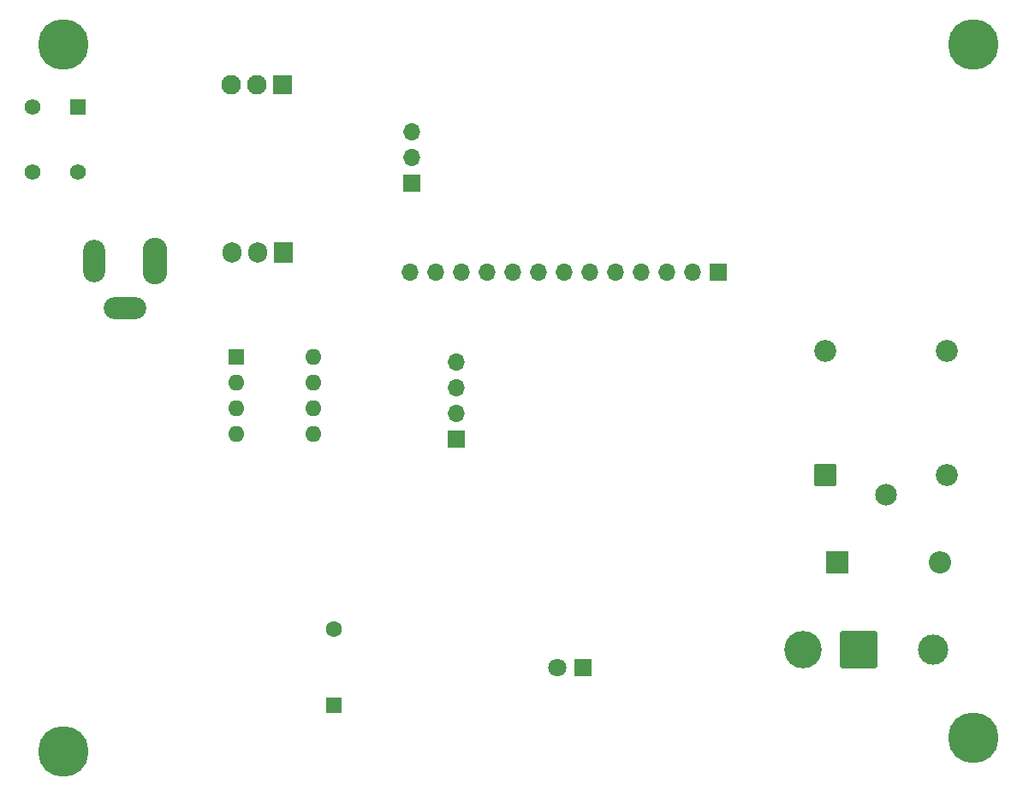
<source format=gbr>
%TF.GenerationSoftware,KiCad,Pcbnew,7.0.6*%
%TF.CreationDate,2023-11-14T23:27:57+05:30*%
%TF.ProjectId,Prometheus v2.0,50726f6d-6574-4686-9575-732076322e30,2.3*%
%TF.SameCoordinates,Original*%
%TF.FileFunction,Soldermask,Bot*%
%TF.FilePolarity,Negative*%
%FSLAX46Y46*%
G04 Gerber Fmt 4.6, Leading zero omitted, Abs format (unit mm)*
G04 Created by KiCad (PCBNEW 7.0.6) date 2023-11-14 23:27:57*
%MOMM*%
%LPD*%
G01*
G04 APERTURE LIST*
G04 Aperture macros list*
%AMRoundRect*
0 Rectangle with rounded corners*
0 $1 Rounding radius*
0 $2 $3 $4 $5 $6 $7 $8 $9 X,Y pos of 4 corners*
0 Add a 4 corners polygon primitive as box body*
4,1,4,$2,$3,$4,$5,$6,$7,$8,$9,$2,$3,0*
0 Add four circle primitives for the rounded corners*
1,1,$1+$1,$2,$3*
1,1,$1+$1,$4,$5*
1,1,$1+$1,$6,$7*
1,1,$1+$1,$8,$9*
0 Add four rect primitives between the rounded corners*
20,1,$1+$1,$2,$3,$4,$5,0*
20,1,$1+$1,$4,$5,$6,$7,0*
20,1,$1+$1,$6,$7,$8,$9,0*
20,1,$1+$1,$8,$9,$2,$3,0*%
G04 Aperture macros list end*
%ADD10O,2.404000X4.604000*%
%ADD11O,2.204000X4.204000*%
%ADD12O,4.204000X2.204000*%
%ADD13RoundRect,0.102000X0.990000X-0.990000X0.990000X0.990000X-0.990000X0.990000X-0.990000X-0.990000X0*%
%ADD14C,2.184000*%
%ADD15C,2.139000*%
%ADD16C,2.900000*%
%ADD17C,5.000000*%
%ADD18R,1.935000X1.935000*%
%ADD19C,1.935000*%
%ADD20R,1.700000X1.700000*%
%ADD21O,1.700000X1.700000*%
%ADD22C,3.000000*%
%ADD23RoundRect,0.250002X-1.599998X1.599998X-1.599998X-1.599998X1.599998X-1.599998X1.599998X1.599998X0*%
%ADD24C,3.700000*%
%ADD25R,1.600000X1.600000*%
%ADD26O,1.600000X1.600000*%
%ADD27R,1.905000X2.000000*%
%ADD28O,1.905000X2.000000*%
%ADD29R,2.200000X2.200000*%
%ADD30O,2.200000X2.200000*%
%ADD31R,1.575000X1.575000*%
%ADD32C,1.575000*%
%ADD33R,1.800000X1.800000*%
%ADD34C,1.800000*%
%ADD35R,1.600200X1.600200*%
%ADD36C,1.600200*%
G04 APERTURE END LIST*
D10*
%TO.C,J1*%
X101090000Y-82450000D03*
D11*
X95090000Y-82450000D03*
D12*
X98090000Y-87150000D03*
%TD*%
D13*
%TO.C,K1*%
X167394000Y-103617500D03*
D14*
X179394000Y-103617500D03*
D15*
X173394000Y-105617500D03*
D14*
X167394000Y-91417500D03*
X179394000Y-91417500D03*
%TD*%
D16*
%TO.C,H4*%
X92046000Y-131030000D03*
D17*
X92046000Y-131030000D03*
%TD*%
D16*
%TO.C,H3*%
X182046000Y-129633000D03*
D17*
X182046000Y-129633000D03*
%TD*%
D18*
%TO.C,U1*%
X113710000Y-65053500D03*
D19*
X111170000Y-65053500D03*
X108630000Y-65053500D03*
%TD*%
D20*
%TO.C,J3*%
X156810000Y-83613500D03*
D21*
X154270000Y-83613500D03*
X151730000Y-83613500D03*
X149190000Y-83613500D03*
X146650000Y-83613500D03*
X144110000Y-83613500D03*
X141570000Y-83613500D03*
X139030000Y-83613500D03*
X136490000Y-83613500D03*
X133950000Y-83613500D03*
X131410000Y-83613500D03*
X128870000Y-83613500D03*
X126330000Y-83613500D03*
%TD*%
D16*
%TO.C,H2*%
X182046000Y-61030000D03*
D17*
X182046000Y-61030000D03*
%TD*%
D22*
%TO.C,J2*%
X178000000Y-120885500D03*
D23*
X170700000Y-120885500D03*
D24*
X165200000Y-120885500D03*
%TD*%
D25*
%TO.C,U3*%
X109142000Y-91939500D03*
D26*
X109142000Y-94479500D03*
X109142000Y-97019500D03*
X109142000Y-99559500D03*
X116762000Y-99559500D03*
X116762000Y-97019500D03*
X116762000Y-94479500D03*
X116762000Y-91939500D03*
%TD*%
D16*
%TO.C,H1*%
X92046000Y-61030000D03*
D17*
X92046000Y-61030000D03*
%TD*%
D27*
%TO.C,U2*%
X113790000Y-81673500D03*
D28*
X111250000Y-81673500D03*
X108710000Y-81673500D03*
%TD*%
D29*
%TO.C,D1*%
X168568000Y-112249500D03*
D30*
X178728000Y-112249500D03*
%TD*%
D31*
%TO.C,S1*%
X93450000Y-67210000D03*
D32*
X93450000Y-73710000D03*
X88950000Y-67210000D03*
X88950000Y-73710000D03*
%TD*%
D33*
%TO.C,D2*%
X143427000Y-122663500D03*
D34*
X140887000Y-122663500D03*
%TD*%
D35*
%TO.C,LS1*%
X118784000Y-126463500D03*
D36*
X118784000Y-118853500D03*
%TD*%
D20*
%TO.C,U5*%
X126450000Y-74808500D03*
D21*
X126450000Y-72268500D03*
X126450000Y-69728500D03*
%TD*%
D20*
%TO.C,U4*%
X130849000Y-100057500D03*
D21*
X130849000Y-97517500D03*
X130849000Y-94977500D03*
X130849000Y-92437500D03*
%TD*%
M02*

</source>
